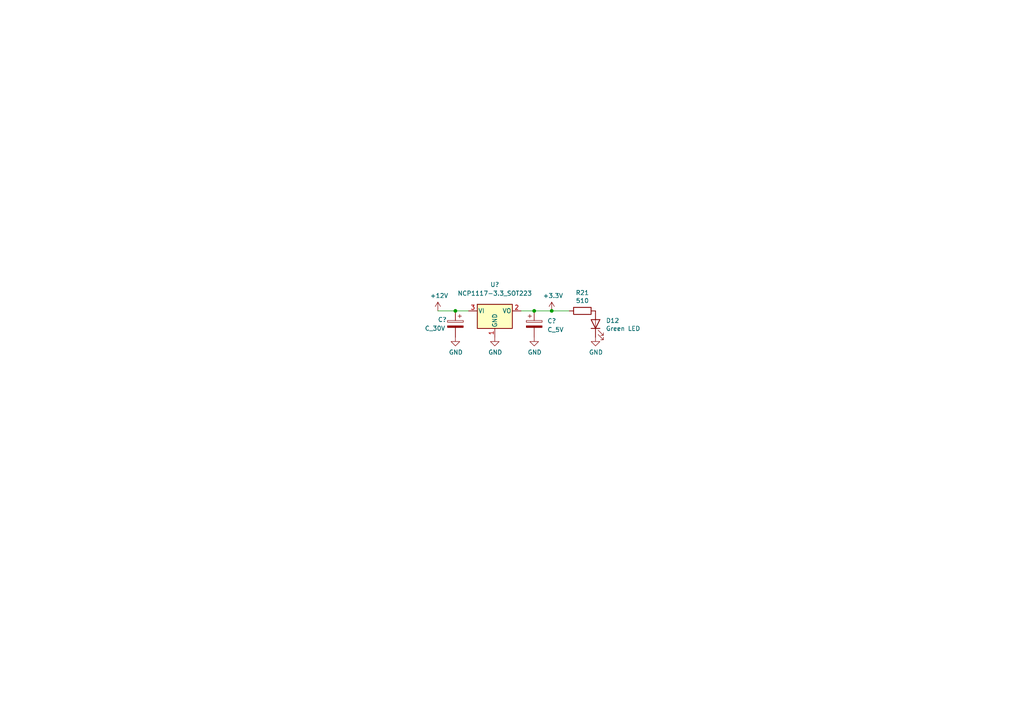
<source format=kicad_sch>
(kicad_sch (version 20211123) (generator eeschema)
  (paper "A4")
  (title_block (title "SDCL - Power") (date "2021-12-16") (rev "v1.0") (company "FaSTTUBe - Formula Student Team TU Berlin") (comment 1 "Car 113") (comment 2 "EBS Electronics") (comment 3 "LDO regulator power supply"))
  (lib_symbols
    (symbol "Device:C_Polarized" (pin_numbers hide) (pin_names (offset 0.254))
      (property "Reference" "C" (at 0.635 2.54 0))
      (property "Value" "C_Polarized" (at 0.635 -2.54 0))
      (symbol "C_Polarized_0_1"
        (rectangle (start -2.286 0.508) (end 2.286 1.016))
        (polyline (pts (xy -1.778 2.286) (xy -0.762 2.286)))
        (polyline (pts (xy -1.27 2.794) (xy -1.27 1.778)))
        (rectangle (start 2.286 -0.508) (end -2.286 -1.016) (fill (type outline)))
      )
      (symbol "C_Polarized_1_1"
        (pin passive line (at 0 3.81 270) (length 2.794) (name "~") (number "1"))
        (pin passive line (at 0 -3.81 90) (length 2.794) (name "~") (number "2"))
      )
    )
    (symbol "Device:LED" (pin_numbers hide) (pin_names (offset 1.016) hide)
      (property "Reference" "D" (at 0 2.54 0))
      (property "Value" "LED" (at 0 -2.54 0))
      (symbol "LED_0_1"
        (polyline (pts (xy -1.27 -1.27) (xy -1.27 1.27)) (stroke (width 0.254)))
        (polyline (pts (xy -1.27 0) (xy 1.27 0)))
        (polyline (pts (xy 1.27 -1.27) (xy 1.27 1.27) (xy -1.27 0) (xy 1.27 -1.27)) (stroke (width 0.254)))
        (polyline (pts (xy -3.048 -0.762) (xy -4.572 -2.286) (xy -3.81 -2.286) (xy -4.572 -2.286) (xy -4.572 -1.524)))
        (polyline (pts (xy -1.778 -0.762) (xy -3.302 -2.286) (xy -2.54 -2.286) (xy -3.302 -2.286) (xy -3.302 -1.524)))
      )
      (symbol "LED_1_1"
        (pin passive line (at -3.81 0 0) (length 2.54) (name "K") (number "1"))
        (pin passive line (at 3.81 0 180) (length 2.54) (name "A") (number "2"))
      )
    )
    (symbol "Device:R" (pin_numbers hide) (pin_names (offset 0))
      (property "Reference" "R" (at 2.032 0 90))
      (property "Value" "R" (at 0 0 90))
      (symbol "R_0_1"
        (rectangle (start -1.016 -2.54) (end 1.016 2.54) (stroke (width 0.254)))
      )
      (symbol "R_1_1"
        (pin passive line (at 0 3.81 270) (length 1.27) (name "~") (number "1"))
        (pin passive line (at 0 -3.81 90) (length 1.27) (name "~") (number "2"))
      )
    )
    (symbol "Regulator_Linear:NCP1117-3.3_SOT223" (pin_names (offset 0.254))
      (property "Reference" "U" (at -3.81 3.175 0))
      (property "Value" "NCP1117-3.3_SOT223" (at 0 3.175 0))
      (symbol "NCP1117-3.3_SOT223_0_1"
        (rectangle (start -5.08 -5.08) (end 5.08 1.905) (stroke (width 0.254)) (fill (type background)))
      )
      (symbol "NCP1117-3.3_SOT223_1_1"
        (pin power_in line (at 0 -7.62 90) (length 2.54) (name "GND") (number "1"))
        (pin power_out line (at 7.62 0 180) (length 2.54) (name "VO") (number "2"))
        (pin power_in line (at -7.62 0 0) (length 2.54) (name "VI") (number "3"))
      )
    )
    (symbol "power:+12V" (power) (pin_names (offset 0))
      (property "Value" "+12V" (at 0 3.556 0))
      (symbol "+12V_0_1"
        (polyline (pts (xy -0.762 1.27) (xy 0 2.54)))
        (polyline (pts (xy 0 0) (xy 0 2.54)))
        (polyline (pts (xy 0 2.54) (xy 0.762 1.27)))
      )
      (symbol "+12V_1_1"
        (pin power_in line (at 0 0 90) (length 0) hide (name "+12V") (number "1"))
      )
    )
    (symbol "power:+3.3V" (power) (pin_names (offset 0))
      (property "Value" "+3.3V" (at 0 3.556 0))
      (symbol "+3.3V_0_1"
        (polyline (pts (xy -0.762 1.27) (xy 0 2.54)))
        (polyline (pts (xy 0 0) (xy 0 2.54)))
        (polyline (pts (xy 0 2.54) (xy 0.762 1.27)))
      )
      (symbol "+3.3V_1_1"
        (pin power_in line (at 0 0 90) (length 0) hide (name "+3.3V") (number "1"))
      )
    )
    (symbol "power:GND" (power) (pin_names (offset 0))
      (property "Value" "GND" (at 0 -3.81 0))
      (symbol "GND_0_1"
        (polyline (pts (xy 0 0) (xy 0 -1.27) (xy 1.27 -1.27) (xy 0 -2.54) (xy -1.27 -1.27) (xy 0 -1.27)))
      )
      (symbol "GND_1_1"
        (pin power_in line (at 0 0 270) (length 0) hide (name "GND") (number "1"))
      )
    )
  )
  (junction (at 154.94 90.17))
  (junction (at 132.08 90.17))
  (junction (at 160.02 90.17))
  (wire (pts (xy 165.1 90.17) (xy 160.02 90.17)))
  (wire (pts (xy 132.08 90.17) (xy 135.89 90.17)))
  (wire (pts (xy 154.94 90.17) (xy 160.02 90.17)))
  (wire (pts (xy 127 90.17) (xy 132.08 90.17)))
  (wire (pts (xy 151.13 90.17) (xy 154.94 90.17)))
  (symbol (lib_id "power:+12V") (at 127 90.17 0) (unit 1)
    (property "Reference" "#PWR0148" (effects hide))
    (property "Value" "+12V" (at 127.381 85.7758 0))
  )
  (symbol (lib_id "power:+3.3V") (at 160.02 90.17 0) (unit 1)
    (property "Reference" "#PWR0147" (effects hide))
    (property "Value" "+3.3V" (at 160.401 85.7758 0))
  )
  (symbol (lib_id "power:GND") (at 143.51 97.79 0) (unit 1)
    (property "Reference" "#PWR0146" (effects hide))
    (property "Value" "GND" (at 143.637 102.1842 0))
  )
  (symbol (lib_id "power:GND") (at 132.08 97.79 0) (unit 1)
    (property "Reference" "#PWR0145" (effects hide))
    (property "Value" "GND" (at 132.207 102.1842 0))
  )
  (symbol (lib_id "power:GND") (at 154.94 97.79 0) (unit 1)
    (property "Reference" "#PWR0144" (effects hide))
    (property "Value" "GND" (at 155.067 102.1842 0))
  )
  (symbol (lib_id "Device:LED") (at 172.72 93.98 90) (unit 1)
    (property "Reference" "D12" (at 175.7172 92.9894 90) (effects (justify right)))
    (property "Value" "Green LED" (at 175.7172 95.3008 90) (effects (justify right)))
    (property "Footprint" "Diode_SMD:D_0603_1608Metric_Pad1.05x0.95mm_HandSolder" (effects hide))
  )
  (symbol (lib_id "Device:R") (at 168.91 90.17 90) (unit 1)
    (property "Reference" "R21" (at 168.91 84.9122 90))
    (property "Value" "510" (at 168.91 87.2236 90))
    (property "Footprint" "Resistor_SMD:R_0603_1608Metric_Pad1.05x0.95mm_HandSolder" (effects hide))
  )
  (symbol (lib_id "power:GND") (at 172.72 97.79 0) (unit 1)
    (property "Reference" "#PWR0162" (effects hide))
    (property "Value" "GND" (at 172.847 102.1842 0))
  )
  (symbol (lib_id "Device:C_Polarized") (at 132.08 93.98 0) (mirror y) (unit 1)
    (property "Reference" "C?" (at 127 92.71 0) (effects (justify right)))
    (property "Value" "C_30V" (at 123.19 95.25 0) (effects (justify right)))
  )
  (symbol (lib_id "Device:C_Polarized") (at 154.94 93.98 0) (unit 1)
    (property "Reference" "C?" (at 158.75 93.0909 0) (effects (justify left)))
    (property "Value" "C_5V" (at 158.75 95.6309 0) (effects (justify left)))
  )
  (symbol (lib_id "Regulator_Linear:NCP1117-3.3_SOT223") (at 143.51 90.17 0) (unit 1)
    (property "Reference" "U?" (at 143.51 82.55 0))
    (property "Value" "NCP1117-3.3_SOT223" (at 143.51 85.09 0))
    (property "Footprint" "Package_TO_SOT_SMD:SOT-223-3_TabPin2" (effects hide))
    (property "Datasheet" "http://www.onsemi.com/pub_link/Collateral/NCP1117-D.PDF" (effects hide))
  )
)
</source>
